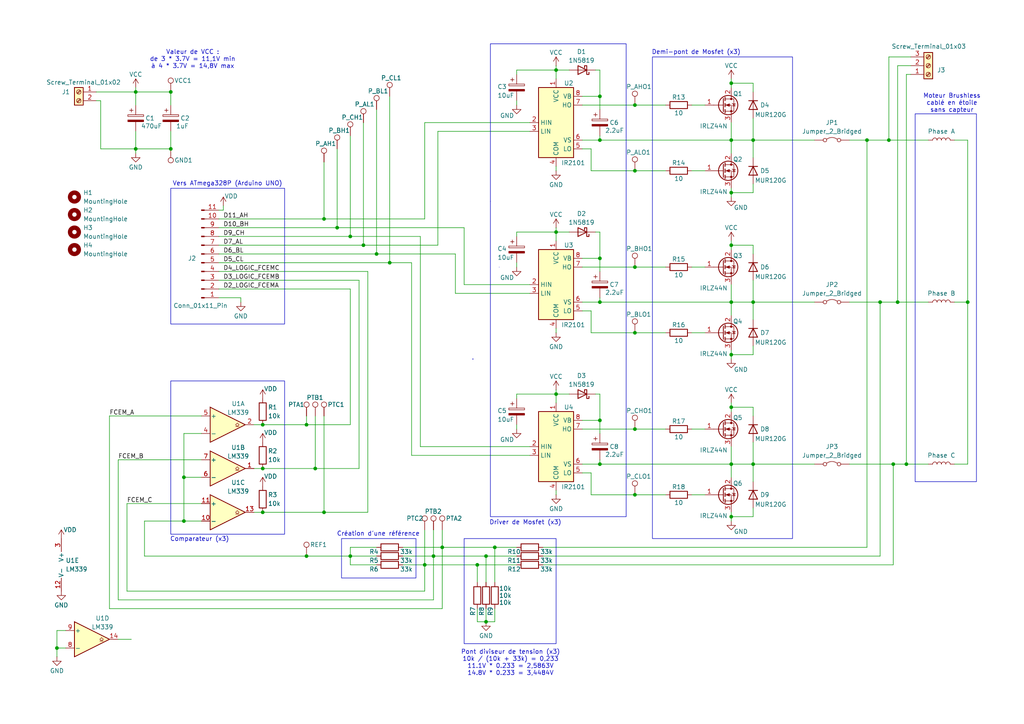
<source format=kicad_sch>
(kicad_sch (version 20231120) (generator "eeschema") (generator_version "8.0")
  (paper "A4")
  (title_block (title "Onduleur pour moteur Brushless sans capteur") (date "2024-10-10") (rev "v1.1") (company "DF"))
  (junction (at 212.09 87.63))
  (junction (at 212.09 134.62))
  (junction (at 140.97 180.34))
  (junction (at 184.15 77.47))
  (junction (at 184.15 96.52))
  (junction (at 88.9 123.19))
  (junction (at 262.89 134.62))
  (junction (at 259.08 134.62))
  (junction (at 173.99 87.63))
  (junction (at 76.2 123.19))
  (junction (at 93.98 148.59))
  (junction (at 173.99 27.94))
  (junction (at 140.97 161.29))
  (junction (at 53.34 151.13))
  (junction (at 143.51 158.75))
  (junction (at 173.99 74.93))
  (junction (at 161.29 114.3))
  (junction (at 39.37 26.67))
  (junction (at 212.09 102.87))
  (junction (at 260.35 87.63))
  (junction (at 212.09 149.86))
  (junction (at 53.34 138.43))
  (junction (at 218.44 87.63))
  (junction (at 173.99 40.64))
  (junction (at 251.46 40.64))
  (junction (at 173.99 134.62))
  (junction (at 101.6 68.58))
  (junction (at 212.09 71.12))
  (junction (at 280.67 87.63))
  (junction (at 184.15 124.46))
  (junction (at 257.81 40.64))
  (junction (at 49.53 26.67))
  (junction (at 39.37 43.18))
  (junction (at 76.2 148.59))
  (junction (at 138.43 163.83))
  (junction (at 88.9 161.29))
  (junction (at 212.09 118.11))
  (junction (at 173.99 121.92))
  (junction (at 218.44 40.64))
  (junction (at 109.22 73.66))
  (junction (at 101.6 161.29))
  (junction (at 93.98 63.5))
  (junction (at 123.19 163.83))
  (junction (at 49.53 43.18))
  (junction (at 113.03 76.2))
  (junction (at 212.09 40.64))
  (junction (at 184.15 30.48))
  (junction (at 184.15 49.53))
  (junction (at 161.29 20.32))
  (junction (at 97.79 66.04))
  (junction (at 91.44 135.89))
  (junction (at 128.27 158.75))
  (junction (at 161.29 67.31))
  (junction (at 212.09 24.13))
  (junction (at 125.73 161.29))
  (junction (at 105.41 71.12))
  (junction (at 255.27 87.63))
  (junction (at 212.09 55.88))
  (junction (at 184.15 143.51))
  (junction (at 16.51 187.96))
  (junction (at 218.44 134.62))
  (junction (at 76.2 135.89))
  (wire (pts (xy 168.91 137.16) (xy 171.45 137.16)))
  (wire (pts (xy 251.46 40.64) (xy 251.46 158.75)))
  (wire (pts (xy 121.92 68.58) (xy 121.92 129.54)))
  (wire (pts (xy 161.29 66.04) (xy 161.29 67.31)))
  (wire (pts (xy 161.29 113.03) (xy 161.29 114.3)))
  (wire (pts (xy 123.19 153.67) (xy 123.19 163.83)))
  (wire (pts (xy 184.15 124.46) (xy 193.04 124.46)))
  (wire (pts (xy 140.97 161.29) (xy 140.97 168.91)))
  (wire (pts (xy 127 38.1) (xy 153.67 38.1)))
  (wire (pts (xy 251.46 40.64) (xy 257.81 40.64)))
  (wire (pts (xy 88.9 120.65) (xy 88.9 123.19)))
  (wire (pts (xy 34.29 133.35) (xy 34.29 173.99)))
  (wire (pts (xy 172.72 20.32) (xy 173.99 20.32)))
  (wire (pts (xy 63.5 73.66) (xy 109.22 73.66)))
  (wire (pts (xy 173.99 121.92) (xy 173.99 125.73)))
  (wire (pts (xy 138.43 176.53) (xy 138.43 180.34)))
  (wire (pts (xy 257.81 40.64) (xy 269.24 40.64)))
  (wire (pts (xy 34.29 133.35) (xy 58.42 133.35)))
  (wire (pts (xy 123.19 163.83) (xy 123.19 171.45)))
  (wire (pts (xy 168.91 134.62) (xy 173.99 134.62)))
  (wire (pts (xy 161.29 95.25) (xy 161.29 96.52)))
  (wire (pts (xy 173.99 74.93) (xy 173.99 78.74)))
  (wire (pts (xy 218.44 100.33) (xy 218.44 102.87)))
  (wire (pts (xy 173.99 134.62) (xy 212.09 134.62)))
  (wire (pts (xy 171.45 49.53) (xy 184.15 49.53)))
  (wire (pts (xy 212.09 148.59) (xy 212.09 149.86)))
  (wire (pts (xy 39.37 25.4) (xy 39.37 26.67)))
  (wire (pts (xy 134.62 66.04) (xy 134.62 82.55)))
  (wire (pts (xy 173.99 67.31) (xy 173.99 74.93)))
  (wire (pts (xy 212.09 22.86) (xy 212.09 24.13)))
  (wire (pts (xy 88.9 123.19) (xy 101.6 123.19)))
  (wire (pts (xy 264.16 16.51) (xy 257.81 16.51)))
  (wire (pts (xy 259.08 134.62) (xy 262.89 134.62)))
  (wire (pts (xy 101.6 39.37) (xy 101.6 68.58)))
  (wire (pts (xy 184.15 96.52) (xy 193.04 96.52)))
  (wire (pts (xy 76.2 123.19) (xy 88.9 123.19)))
  (wire (pts (xy 106.68 148.59) (xy 93.98 148.59)))
  (wire (pts (xy 36.83 146.05) (xy 36.83 171.45)))
  (wire (pts (xy 53.34 151.13) (xy 53.34 138.43)))
  (wire (pts (xy 105.41 71.12) (xy 127 71.12)))
  (wire (pts (xy 101.6 161.29) (xy 109.22 161.29)))
  (wire (pts (xy 63.5 81.28) (xy 104.14 81.28)))
  (wire (pts (xy 212.09 71.12) (xy 218.44 71.12)))
  (wire (pts (xy 29.21 43.18) (xy 39.37 43.18)))
  (wire (pts (xy 93.98 46.99) (xy 93.98 63.5)))
  (wire (pts (xy 280.67 40.64) (xy 280.67 87.63)))
  (wire (pts (xy 173.99 87.63) (xy 212.09 87.63)))
  (wire (pts (xy 218.44 71.12) (xy 218.44 73.66)))
  (wire (pts (xy 101.6 163.83) (xy 109.22 163.83)))
  (wire (pts (xy 260.35 87.63) (xy 269.24 87.63)))
  (wire (pts (xy 212.09 54.61) (xy 212.09 55.88)))
  (wire (pts (xy 218.44 53.34) (xy 218.44 55.88)))
  (wire (pts (xy 255.27 87.63) (xy 260.35 87.63)))
  (wire (pts (xy 138.43 180.34) (xy 140.97 180.34)))
  (wire (pts (xy 58.42 146.05) (xy 36.83 146.05)))
  (wire (pts (xy 168.91 87.63) (xy 173.99 87.63)))
  (wire (pts (xy 168.91 27.94) (xy 173.99 27.94)))
  (wire (pts (xy 101.6 83.82) (xy 101.6 123.19)))
  (wire (pts (xy 168.91 90.17) (xy 171.45 90.17)))
  (wire (pts (xy 171.45 96.52) (xy 184.15 96.52)))
  (wire (pts (xy 171.45 143.51) (xy 184.15 143.51)))
  (wire (pts (xy 123.19 63.5) (xy 123.19 35.56)))
  (wire (pts (xy 257.81 16.51) (xy 257.81 40.64)))
  (wire (pts (xy 63.5 76.2) (xy 113.03 76.2)))
  (wire (pts (xy 212.09 87.63) (xy 212.09 91.44)))
  (wire (pts (xy 119.38 132.08) (xy 153.67 132.08)))
  (wire (pts (xy 173.99 87.63) (xy 173.99 86.36)))
  (wire (pts (xy 161.29 114.3) (xy 165.1 114.3)))
  (wire (pts (xy 168.91 40.64) (xy 173.99 40.64)))
  (wire (pts (xy 212.09 69.85) (xy 212.09 71.12)))
  (wire (pts (xy 168.91 77.47) (xy 184.15 77.47)))
  (wire (pts (xy 173.99 40.64) (xy 173.99 39.37)))
  (wire (pts (xy 212.09 102.87) (xy 212.09 104.14)))
  (wire (pts (xy 200.66 96.52) (xy 204.47 96.52)))
  (wire (pts (xy 212.09 118.11) (xy 218.44 118.11)))
  (wire (pts (xy 113.03 76.2) (xy 119.38 76.2)))
  (wire (pts (xy 125.73 161.29) (xy 140.97 161.29)))
  (wire (pts (xy 149.86 21.59) (xy 149.86 20.32)))
  (wire (pts (xy 218.44 55.88) (xy 212.09 55.88)))
  (wire (pts (xy 218.44 102.87) (xy 212.09 102.87)))
  (wire (pts (xy 212.09 35.56) (xy 212.09 40.64)))
  (wire (pts (xy 91.44 135.89) (xy 76.2 135.89)))
  (wire (pts (xy 104.14 135.89) (xy 91.44 135.89)))
  (wire (pts (xy 121.92 129.54) (xy 153.67 129.54)))
  (wire (pts (xy 116.84 163.83) (xy 123.19 163.83)))
  (wire (pts (xy 31.75 120.65) (xy 58.42 120.65)))
  (wire (pts (xy 134.62 82.55) (xy 153.67 82.55)))
  (wire (pts (xy 138.43 163.83) (xy 149.86 163.83)))
  (wire (pts (xy 212.09 40.64) (xy 218.44 40.64)))
  (wire (pts (xy 116.84 158.75) (xy 128.27 158.75)))
  (wire (pts (xy 212.09 129.54) (xy 212.09 134.62)))
  (wire (pts (xy 276.86 40.64) (xy 280.67 40.64)))
  (wire (pts (xy 132.08 85.09) (xy 153.67 85.09)))
  (wire (pts (xy 109.22 31.75) (xy 109.22 73.66)))
  (wire (pts (xy 259.08 134.62) (xy 259.08 163.83)))
  (wire (pts (xy 212.09 119.38) (xy 212.09 118.11)))
  (wire (pts (xy 218.44 87.63) (xy 236.22 87.63)))
  (wire (pts (xy 39.37 38.1) (xy 39.37 43.18)))
  (wire (pts (xy 161.29 69.85) (xy 161.29 67.31)))
  (wire (pts (xy 105.41 35.56) (xy 105.41 71.12)))
  (wire (pts (xy 63.5 66.04) (xy 97.79 66.04)))
  (wire (pts (xy 218.44 147.32) (xy 218.44 149.86)))
  (wire (pts (xy 143.51 180.34) (xy 140.97 180.34)))
  (wire (pts (xy 161.29 67.31) (xy 165.1 67.31)))
  (wire (pts (xy 149.86 68.58) (xy 149.86 67.31)))
  (wire (pts (xy 27.94 26.67) (xy 39.37 26.67)))
  (wire (pts (xy 88.9 161.29) (xy 101.6 161.29)))
  (wire (pts (xy 63.5 83.82) (xy 101.6 83.82)))
  (wire (pts (xy 149.86 115.57) (xy 149.86 114.3)))
  (wire (pts (xy 184.15 30.48) (xy 193.04 30.48)))
  (wire (pts (xy 149.86 123.19) (xy 149.86 124.46)))
  (wire (pts (xy 173.99 134.62) (xy 173.99 133.35)))
  (wire (pts (xy 149.86 76.2) (xy 149.86 77.47)))
  (wire (pts (xy 168.91 124.46) (xy 184.15 124.46)))
  (wire (pts (xy 34.29 185.42) (xy 38.1 185.42)))
  (wire (pts (xy 173.99 40.64) (xy 212.09 40.64)))
  (wire (pts (xy 161.29 48.26) (xy 161.29 49.53)))
  (wire (pts (xy 113.03 27.94) (xy 113.03 76.2)))
  (wire (pts (xy 157.48 163.83) (xy 259.08 163.83)))
  (wire (pts (xy 157.48 161.29) (xy 255.27 161.29)))
  (wire (pts (xy 168.91 30.48) (xy 184.15 30.48)))
  (wire (pts (xy 101.6 68.58) (xy 121.92 68.58)))
  (wire (pts (xy 41.91 161.29) (xy 88.9 161.29)))
  (wire (pts (xy 264.16 19.05) (xy 260.35 19.05)))
  (wire (pts (xy 128.27 158.75) (xy 128.27 176.53)))
  (wire (pts (xy 64.77 60.96) (xy 64.77 59.69)))
  (wire (pts (xy 168.91 43.18) (xy 171.45 43.18)))
  (wire (pts (xy 97.79 43.18) (xy 97.79 66.04)))
  (wire (pts (xy 104.14 81.28) (xy 104.14 135.89)))
  (wire (pts (xy 91.44 120.65) (xy 91.44 135.89)))
  (wire (pts (xy 143.51 176.53) (xy 143.51 180.34)))
  (wire (pts (xy 31.75 176.53) (xy 31.75 120.65)))
  (wire (pts (xy 173.99 27.94) (xy 173.99 31.75)))
  (wire (pts (xy 93.98 148.59) (xy 76.2 148.59)))
  (wire (pts (xy 246.38 134.62) (xy 259.08 134.62)))
  (wire (pts (xy 218.44 40.64) (xy 236.22 40.64)))
  (wire (pts (xy 149.86 20.32) (xy 161.29 20.32)))
  (wire (pts (xy 246.38 87.63) (xy 255.27 87.63)))
  (wire (pts (xy 49.53 30.48) (xy 49.53 26.67)))
  (wire (pts (xy 39.37 26.67) (xy 49.53 26.67)))
  (wire (pts (xy 200.66 77.47) (xy 204.47 77.47)))
  (wire (pts (xy 212.09 87.63) (xy 218.44 87.63)))
  (wire (pts (xy 53.34 138.43) (xy 58.42 138.43)))
  (wire (pts (xy 212.09 55.88) (xy 212.09 57.15)))
  (wire (pts (xy 101.6 158.75) (xy 101.6 161.29)))
  (wire (pts (xy 140.97 176.53) (xy 140.97 180.34)))
  (wire (pts (xy 53.34 151.13) (xy 58.42 151.13)))
  (wire (pts (xy 63.5 78.74) (xy 106.68 78.74)))
  (wire (pts (xy 97.79 66.04) (xy 134.62 66.04)))
  (wire (pts (xy 63.5 86.36) (xy 69.85 86.36)))
  (wire (pts (xy 101.6 158.75) (xy 109.22 158.75)))
  (wire (pts (xy 172.72 114.3) (xy 173.99 114.3)))
  (wire (pts (xy 106.68 78.74) (xy 106.68 148.59)))
  (wire (pts (xy 262.89 134.62) (xy 269.24 134.62)))
  (wire (pts (xy 172.72 67.31) (xy 173.99 67.31)))
  (wire (pts (xy 218.44 149.86) (xy 212.09 149.86)))
  (wire (pts (xy 280.67 134.62) (xy 280.67 87.63)))
  (wire (pts (xy 161.29 20.32) (xy 165.1 20.32)))
  (wire (pts (xy 39.37 26.67) (xy 39.37 30.48)))
  (wire (pts (xy 16.51 182.88) (xy 19.05 182.88)))
  (wire (pts (xy 200.66 143.51) (xy 204.47 143.51)))
  (wire (pts (xy 171.45 49.53) (xy 171.45 43.18)))
  (wire (pts (xy 93.98 120.65) (xy 93.98 148.59)))
  (wire (pts (xy 119.38 76.2) (xy 119.38 132.08)))
  (wire (pts (xy 93.98 63.5) (xy 123.19 63.5)))
  (wire (pts (xy 41.91 161.29) (xy 41.91 151.13)))
  (wire (pts (xy 212.09 82.55) (xy 212.09 87.63)))
  (wire (pts (xy 109.22 73.66) (xy 132.08 73.66)))
  (wire (pts (xy 116.84 161.29) (xy 125.73 161.29)))
  (wire (pts (xy 184.15 49.53) (xy 193.04 49.53)))
  (wire (pts (xy 29.21 29.21) (xy 29.21 43.18)))
  (wire (pts (xy 260.35 19.05) (xy 260.35 87.63)))
  (wire (pts (xy 212.09 116.84) (xy 212.09 118.11)))
  (wire (pts (xy 143.51 158.75) (xy 143.51 168.91)))
  (wire (pts (xy 218.44 34.29) (xy 218.44 40.64)))
  (wire (pts (xy 161.29 22.86) (xy 161.29 20.32)))
  (wire (pts (xy 161.29 116.84) (xy 161.29 114.3)))
  (wire (pts (xy 184.15 143.51) (xy 193.04 143.51)))
  (wire (pts (xy 16.51 187.96) (xy 19.05 187.96)))
  (wire (pts (xy 140.97 161.29) (xy 149.86 161.29)))
  (wire (pts (xy 168.91 121.92) (xy 173.99 121.92)))
  (wire (pts (xy 149.86 67.31) (xy 161.29 67.31)))
  (wire (pts (xy 173.99 20.32) (xy 173.99 27.94)))
  (wire (pts (xy 173.99 114.3) (xy 173.99 121.92)))
  (wire (pts (xy 157.48 158.75) (xy 251.46 158.75)))
  (wire (pts (xy 212.09 25.4) (xy 212.09 24.13)))
  (wire (pts (xy 53.34 125.73) (xy 58.42 125.73)))
  (wire (pts (xy 16.51 190.5) (xy 16.51 187.96)))
  (wire (pts (xy 123.19 35.56) (xy 153.67 35.56)))
  (wire (pts (xy 34.29 173.99) (xy 125.73 173.99)))
  (wire (pts (xy 262.89 21.59) (xy 262.89 134.62)))
  (wire (pts (xy 73.66 123.19) (xy 76.2 123.19)))
  (wire (pts (xy 262.89 21.59) (xy 264.16 21.59)))
  (wire (pts (xy 212.09 72.39) (xy 212.09 71.12)))
  (wire (pts (xy 212.09 101.6) (xy 212.09 102.87)))
  (wire (pts (xy 138.43 163.83) (xy 138.43 168.91)))
  (wire (pts (xy 168.91 74.93) (xy 173.99 74.93)))
  (wire (pts (xy 53.34 138.43) (xy 53.34 125.73)))
  (wire (pts (xy 218.44 24.13) (xy 218.44 26.67)))
  (wire (pts (xy 218.44 128.27) (xy 218.44 134.62)))
  (wire (pts (xy 280.67 87.63) (xy 276.86 87.63)))
  (wire (pts (xy 36.83 171.45) (xy 123.19 171.45)))
  (wire (pts (xy 218.44 134.62) (xy 236.22 134.62)))
  (wire (pts (xy 218.44 134.62) (xy 218.44 139.7)))
  (wire (pts (xy 63.5 60.96) (xy 64.77 60.96)))
  (wire (pts (xy 149.86 29.21) (xy 149.86 30.48)))
  (wire (pts (xy 63.5 71.12) (xy 105.41 71.12)))
  (wire (pts (xy 128.27 158.75) (xy 143.51 158.75)))
  (wire (pts (xy 161.29 19.05) (xy 161.29 20.32)))
  (wire (pts (xy 16.51 187.96) (xy 16.51 182.88)))
  (wire (pts (xy 200.66 124.46) (xy 204.47 124.46)))
  (wire (pts (xy 125.73 153.67) (xy 125.73 161.29)))
  (wire (pts (xy 218.44 118.11) (xy 218.44 120.65)))
  (wire (pts (xy 218.44 87.63) (xy 218.44 92.71)))
  (wire (pts (xy 73.66 135.89) (xy 76.2 135.89)))
  (wire (pts (xy 39.37 43.18) (xy 49.53 43.18)))
  (wire (pts (xy 161.29 142.24) (xy 161.29 143.51)))
  (wire (pts (xy 69.85 86.36) (xy 69.85 87.63)))
  (wire (pts (xy 127 71.12) (xy 127 38.1)))
  (wire (pts (xy 123.19 163.83) (xy 138.43 163.83)))
  (wire (pts (xy 184.15 77.47) (xy 193.04 77.47)))
  (wire (pts (xy 212.09 134.62) (xy 218.44 134.62)))
  (wire (pts (xy 128.27 153.67) (xy 128.27 158.75)))
  (wire (pts (xy 218.44 40.64) (xy 218.44 45.72)))
  (wire (pts (xy 125.73 173.99) (xy 125.73 161.29)))
  (wire (pts (xy 246.38 40.64) (xy 251.46 40.64)))
  (wire (pts (xy 212.09 134.62) (xy 212.09 138.43)))
  (wire (pts (xy 218.44 81.28) (xy 218.44 87.63)))
  (wire (pts (xy 63.5 63.5) (xy 93.98 63.5)))
  (wire (pts (xy 200.66 30.48) (xy 204.47 30.48)))
  (wire (pts (xy 39.37 44.45) (xy 39.37 43.18)))
  (wire (pts (xy 128.27 176.53) (xy 31.75 176.53)))
  (wire (pts (xy 41.91 151.13) (xy 53.34 151.13)))
  (wire (pts (xy 143.51 158.75) (xy 149.86 158.75)))
  (wire (pts (xy 101.6 163.83) (xy 101.6 161.29)))
  (wire (pts (xy 27.94 29.21) (xy 29.21 29.21)))
  (wire (pts (xy 255.27 87.63) (xy 255.27 161.29)))
  (wire (pts (xy 73.66 148.59) (xy 76.2 148.59)))
  (wire (pts (xy 212.09 24.13) (xy 218.44 24.13)))
  (wire (pts (xy 200.66 49.53) (xy 204.47 49.53)))
  (wire (pts (xy 276.86 134.62) (xy 280.67 134.62)))
  (wire (pts (xy 171.45 143.51) (xy 171.45 137.16)))
  (wire (pts (xy 212.09 40.64) (xy 212.09 44.45)))
  (wire (pts (xy 212.09 149.86) (xy 212.09 151.13)))
  (wire (pts (xy 132.08 73.66) (xy 132.08 85.09)))
  (wire (pts (xy 171.45 96.52) (xy 171.45 90.17)))
  (wire (pts (xy 49.53 38.1) (xy 49.53 43.18)))
  (wire (pts (xy 149.86 114.3) (xy 161.29 114.3)))
  (wire (pts (xy 63.5 68.58) (xy 101.6 68.58)))
  (circle (center 137.16 104.14) (radius 0.0001))
  (rectangle (start 142.24 58.42) (end 142.24 58.42))
  (rectangle (start 99.06 156.21) (end 120.65 167.64))
  (rectangle (start 134.62 156.21) (end 161.29 186.69))
  (rectangle (start 49.53 54.61) (end 82.55 93.98))
  (rectangle (start 189.23 16.51) (end 229.87 156.21))
  (rectangle (start 144.78 77.47) (end 144.78 77.47))
  (rectangle (start 265.43 33.02) (end 283.21 139.7))
  (rectangle (start 49.53 110.49) (end 82.55 154.94))
  (rectangle (start 142.24 12.7) (end 181.61 149.86))
  (text "Comparateur (x3)" (at 57.912 156.464 0) (effects (font (size 1.27 1.27))))
  (text "Pont diviseur de tension (x3)\n10k / (10k + 33k) = 0,233\n11.1V * 0.233 = 2,5863V\n14.8V * 0.233 = 3,4484V" (at 148.082 192.278 0) (effects (font (size 1.27 1.27))))
  (text "Création d'une référence" (at 109.728 154.94 0) (effects (font (size 1.27 1.27))))
  (text "Valeur de VCC :\nde 3 * 3.7V = 11,1V min\nà 4 * 3.7V = 14,8V max" (at 55.88 17.272 0) (effects (font (size 1.27 1.27))))
  (text "Demi-pont de Mosfet (x3)" (at 201.93 15.24 0) (effects (font (size 1.27 1.27))))
  (text "Moteur Brushless\ncablé en étoile\nsans capteur" (at 276.098 29.972 0) (effects (font (size 1.27 1.27))))
  (text "Vers ATmega328P (Arduino UNO)" (at 50.038 53.34 0) (effects (font (size 1.27 1.27)) (justify left)))
  (text "Driver de Mosfet (x3)" (at 152.4 151.638 0) (effects (font (size 1.27 1.27))))
  (label "D10_BH" (at 64.77 66.04 0))
  (label "FCEM_C" (at 36.83 146.05 0))
  (label "D11_AH" (at 64.77 63.5 0))
  (label "D5_CL" (at 64.77 76.2 0))
  (label "D2_LOGIC_FCEMA" (at 64.77 83.82 0))
  (label "D6_BL" (at 64.77 73.66 0))
  (label "D7_AL" (at 64.77 71.12 0))
  (label "D9_CH" (at 64.77 68.58 0))
  (label "FCEM_A" (at 31.75 120.65 0))
  (label "D4_LOGIC_FCEMC" (at 64.77 78.74 0))
  (label "FCEM_B" (at 34.29 133.35 0))
  (label "D3_LOGIC_FCEMB" (at 64.77 81.28 0))
  (symbol (lib_id "Device:D") (at 218.44 96.52 270) (unit 1)
    (property "Reference" "D7" (at 220.472 96.52 90) (effects (justify left)))
    (property "Value" "MUR120G" (at 218.948 99.314 90) (effects (justify left)))
    (property "Footprint" "Diode_THT:D_DO-41_SOD81_P10.16mm_Horizontal" (effects (hide yes)))
    (property "Description" "Diode" (effects (hide yes)))
    (property "Sim.Device" "D" (effects (hide yes)))
    (property "Sim.Pins" "1=K 2=A" (effects (hide yes)))
  )
  (symbol (lib_id "Transistor_FET:IRLZ44N") (at 209.55 49.53 0) (unit 1)
    (property "Reference" "Q2" (at 212.598 46.228 0) (effects (justify left)))
    (property "Value" "IRLZ44N" (at 202.946 55.626 0) (effects (justify left)))
    (property "Footprint" "Package_TO_SOT_THT:TO-220-3_Vertical" (effects (hide yes)))
    (property "Datasheet" "http://www.irf.com/product-info/datasheets/data/irlz44n.pdf" (effects (hide yes)))
    (property "Description" "47A Id, 55V Vds, 22mOhm Rds Single N-Channel HEXFET Power MOSFET, TO-220AB" (effects (hide yes)))
  )
  (symbol (lib_id "power:GND") (at 149.86 77.47 0) (unit 1)
    (property "Reference" "#PWR013" (effects (hide yes)))
    (property "Value" "GND" (at 147.066 80.518 0))
    (property "Description" "Power symbol creates a global label with name \"GND\" , ground" (effects (hide yes)))
  )
  (symbol (lib_id "Device:R") (at 140.97 172.72 0) (unit 1)
    (property "Reference" "R8" (at 139.7 177.292 90))
    (property "Value" "10k" (at 146.558 172.72 0))
    (property "Footprint" "Resistor_THT:R_Axial_DIN0204_L3.6mm_D1.6mm_P7.62mm_Horizontal" (effects (hide yes)))
    (property "Description" "Resistor" (effects (hide yes)))
  )
  (symbol (lib_id "Device:R") (at 113.03 161.29 90) (unit 1)
    (property "Reference" "R5" (at 108.458 162.56 90))
    (property "Value" "33k" (at 117.856 162.56 90))
    (property "Footprint" "Resistor_THT:R_Axial_DIN0204_L3.6mm_D1.6mm_P7.62mm_Horizontal" (effects (hide yes)))
    (property "Description" "Resistor" (effects (hide yes)))
  )
  (symbol (lib_id "Connector:Screw_Terminal_01x02") (at 22.86 26.67 0) (mirror y) (unit 1)
    (property "Reference" "J1" (at 20.32 26.6699 0) (effects (justify left)))
    (property "Value" "Screw_Terminal_01x02" (at 35.052 23.876 0) (effects (justify left)))
    (property "Footprint" "TerminalBlock_Phoenix:TerminalBlock_Phoenix_MKDS-1,5-2-5.08_1x02_P5.08mm_Horizontal" (effects (hide yes)))
    (property "Description" "Generic screw terminal, single row, 01x02, script generated (kicad-library-utils/schlib/autogen/connector/)" (effects (hide yes)))
  )
  (symbol (lib_id "Connector:TestPoint") (at 184.15 143.51 0) (unit 1)
    (property "Reference" "P_CLO1" (at 181.61 138.176 0) (effects (justify left)))
    (property "Value" "TestPoint" (effects (hide yes)))
    (property "Footprint" "TestPoint:TestPoint_THTPad_D1.5mm_Drill0.7mm" (effects (hide yes)))
    (property "Description" "test point" (effects (hide yes)))
  )
  (symbol (lib_id "Comparator:LM339") (at 66.04 148.59 0) (unit 3)
    (property "Reference" "U1" (at 69.088 139.954 0))
    (property "Value" "LM339" (at 69.088 142.494 0))
    (property "Footprint" "Package_DIP:DIP-14_W7.62mm" (effects (hide yes)))
    (property "Datasheet" "https://www.st.com/resource/en/datasheet/lm139.pdf" (effects (hide yes)))
    (property "Description" "Quad Differential Comparators, SOIC-14/TSSOP-14" (effects (hide yes)))
  )
  (symbol (lib_id "Connector:Screw_Terminal_01x03") (at 269.24 19.05 0) (mirror x) (unit 1)
    (property "Reference" "J3" (at 271.78 20.3201 0) (effects (justify left)))
    (property "Value" "Screw_Terminal_01x03" (at 258.572 13.462 0) (effects (justify left)))
    (property "Footprint" "TerminalBlock_Phoenix:TerminalBlock_Phoenix_MKDS-1,5-3-5.08_1x03_P5.08mm_Horizontal" (effects (hide yes)))
    (property "Description" "Generic screw terminal, single row, 01x03, script generated (kicad-library-utils/schlib/autogen/connector/)" (effects (hide yes)))
  )
  (symbol (lib_id "power:VCC") (at 161.29 113.03 0) (unit 1)
    (property "Reference" "#PWR019" (effects (hide yes)))
    (property "Value" "VCC" (at 161.29 109.22 0))
    (property "Description" "Power symbol creates a global label with name \"VCC\"" (effects (hide yes)))
  )
  (symbol (lib_id "Jumper:Jumper_2_Bridged") (at 241.3 40.64 0) (unit 1) (exclude_from_sim yes)
    (property "Reference" "JP1" (at 241.3 35.56 0))
    (property "Value" "Jumper_2_Bridged" (at 241.3 38.1 0))
    (property "Footprint" "Connector_PinHeader_2.54mm:PinHeader_1x02_P2.54mm_Vertical" (effects (hide yes)))
    (property "Description" "Jumper, 2-pole, closed/bridged" (effects (hide yes)))
  )
  (symbol (lib_id "Device:L") (at 273.05 87.63 90) (unit 1)
    (property "Reference" "L2" (effects (hide yes)))
    (property "Value" "Phase B" (at 273.05 85.09 90))
    (property "Description" "Inductor" (effects (hide yes)))
  )
  (symbol (lib_id "Connector:TestPoint") (at 109.22 31.75 0) (unit 1)
    (property "Reference" "P_BL1" (at 106.68 26.416 0) (effects (justify left)))
    (property "Value" "TestPoint" (effects (hide yes)))
    (property "Footprint" "TestPoint:TestPoint_THTPad_D1.5mm_Drill0.7mm" (effects (hide yes)))
    (property "Description" "test point" (effects (hide yes)))
  )
  (symbol (lib_id "Driver_FET:IR2101") (at 161.29 82.55 0) (unit 1)
    (property "Reference" "U3" (at 163.576 71.12 0) (effects (justify left)))
    (property "Value" "IR2101" (at 162.814 94.234 0) (effects (justify left)))
    (property "Footprint" "Package_DIP:DIP-8_W7.62mm" (effects (hide yes)))
    (property "Datasheet" "https://www.infineon.com/dgdl/ir2101.pdf?fileId=5546d462533600a4015355c7a755166c" (effects (hide yes)))
    (property "Description" "High and Low Side Driver, 600V, 210/360mA, PDIP-8/SOIC-8" (effects (hide yes)))
  )
  (symbol (lib_id "Connector:TestPoint") (at 49.53 43.18 180) (unit 1)
    (property "Reference" "GND1" (at 55.88 46.482 0) (effects (justify left)))
    (property "Value" "TestPoint" (effects (hide yes)))
    (property "Footprint" "TestPoint:TestPoint_THTPad_D1.5mm_Drill0.7mm" (effects (hide yes)))
    (property "Description" "test point" (effects (hide yes)))
  )
  (symbol (lib_id "Device:R") (at 113.03 163.83 90) (unit 1)
    (property "Reference" "R6" (at 108.458 165.1 90))
    (property "Value" "33k" (at 117.856 165.1 90))
    (property "Footprint" "Resistor_THT:R_Axial_DIN0204_L3.6mm_D1.6mm_P7.62mm_Horizontal" (effects (hide yes)))
    (property "Description" "Resistor" (effects (hide yes)))
  )
  (symbol (lib_id "Transistor_FET:IRLZ44N") (at 209.55 77.47 0) (unit 1)
    (property "Reference" "Q3" (at 212.598 74.168 0) (effects (justify left)))
    (property "Value" "IRLZ44N" (at 202.946 83.566 0) (effects (justify left)))
    (property "Footprint" "Package_TO_SOT_THT:TO-220-3_Vertical" (effects (hide yes)))
    (property "Datasheet" "http://www.irf.com/product-info/datasheets/data/irlz44n.pdf" (effects (hide yes)))
    (property "Description" "47A Id, 55V Vds, 22mOhm Rds Single N-Channel HEXFET Power MOSFET, TO-220AB" (effects (hide yes)))
  )
  (symbol (lib_id "power:VCC") (at 212.09 22.86 0) (unit 1)
    (property "Reference" "#PWR021" (effects (hide yes)))
    (property "Value" "VCC" (at 212.09 19.05 0))
    (property "Description" "Power symbol creates a global label with name \"VCC\"" (effects (hide yes)))
  )
  (symbol (lib_id "power:VDD") (at 76.2 115.57 0) (unit 1)
    (property "Reference" "#PWR08" (effects (hide yes)))
    (property "Value" "VDD" (at 78.486 112.776 0))
    (property "Description" "Power symbol creates a global label with name \"VDD\"" (effects (hide yes)))
  )
  (symbol (lib_id "power:VDD") (at 76.2 128.27 0) (unit 1)
    (property "Reference" "#PWR09" (effects (hide yes)))
    (property "Value" "VDD" (at 78.486 125.476 0))
    (property "Description" "Power symbol creates a global label with name \"VDD\"" (effects (hide yes)))
  )
  (symbol (lib_id "power:VDD") (at 17.78 156.21 0) (unit 1)
    (property "Reference" "#PWR02" (effects (hide yes)))
    (property "Value" "VDD" (at 20.32 153.67 0))
    (property "Description" "Power symbol creates a global label with name \"VDD\"" (effects (hide yes)))
  )
  (symbol (lib_id "Connector:TestPoint") (at 184.15 77.47 0) (unit 1)
    (property "Reference" "P_BHO1" (at 181.61 72.136 0) (effects (justify left)))
    (property "Value" "TestPoint" (effects (hide yes)))
    (property "Footprint" "TestPoint:TestPoint_THTPad_D1.5mm_Drill0.7mm" (effects (hide yes)))
    (property "Description" "test point" (effects (hide yes)))
  )
  (symbol (lib_id "Device:R") (at 196.85 96.52 90) (unit 1)
    (property "Reference" "R16" (at 196.85 94.234 90))
    (property "Value" "10" (at 196.85 98.806 90))
    (property "Footprint" "Resistor_THT:R_Axial_DIN0204_L3.6mm_D1.6mm_P7.62mm_Horizontal" (effects (hide yes)))
    (property "Description" "Resistor" (effects (hide yes)))
  )
  (symbol (lib_id "power:VCC") (at 212.09 69.85 0) (unit 1)
    (property "Reference" "#PWR023" (effects (hide yes)))
    (property "Value" "VCC" (at 212.09 66.04 0))
    (property "Description" "Power symbol creates a global label with name \"VCC\"" (effects (hide yes)))
  )
  (symbol (lib_id "Device:D") (at 218.44 77.47 270) (unit 1)
    (property "Reference" "D6" (at 220.472 77.47 90) (effects (justify left)))
    (property "Value" "MUR120G" (at 218.948 80.264 90) (effects (justify left)))
    (property "Footprint" "Diode_THT:D_DO-41_SOD81_P10.16mm_Horizontal" (effects (hide yes)))
    (property "Description" "Diode" (effects (hide yes)))
    (property "Sim.Device" "D" (effects (hide yes)))
    (property "Sim.Pins" "1=K 2=A" (effects (hide yes)))
  )
  (symbol (lib_id "Device:R") (at 196.85 124.46 90) (unit 1)
    (property "Reference" "R17" (at 196.85 122.174 90))
    (property "Value" "10" (at 196.85 126.746 90))
    (property "Footprint" "Resistor_THT:R_Axial_DIN0204_L3.6mm_D1.6mm_P7.62mm_Horizontal" (effects (hide yes)))
    (property "Description" "Resistor" (effects (hide yes)))
  )
  (symbol (lib_id "Connector:TestPoint") (at 101.6 39.37 0) (unit 1)
    (property "Reference" "P_CH1" (at 99.06 34.036 0) (effects (justify left)))
    (property "Value" "TestPoint" (effects (hide yes)))
    (property "Footprint" "TestPoint:TestPoint_THTPad_D1.5mm_Drill0.7mm" (effects (hide yes)))
    (property "Description" "test point" (effects (hide yes)))
  )
  (symbol (lib_id "Connector:TestPoint") (at 128.27 153.67 0) (unit 1)
    (property "Reference" "PTA2" (at 129.286 150.368 0) (effects (justify left)))
    (property "Value" "TestPoint" (effects (hide yes)))
    (property "Footprint" "TestPoint:TestPoint_THTPad_D1.5mm_Drill0.7mm" (effects (hide yes)))
    (property "Description" "test point" (effects (hide yes)))
  )
  (symbol (lib_id "Device:C_Polarized") (at 173.99 82.55 0) (unit 1)
    (property "Reference" "C7" (at 176.784 82.55 0) (effects (justify left)))
    (property "Value" "2.2uF" (at 175.514 84.836 0) (effects (justify left)))
    (property "Footprint" "Capacitor_THT:CP_Radial_D5.0mm_P2.00mm" (effects (hide yes)))
    (property "Description" "Polarized capacitor" (effects (hide yes)))
  )
  (symbol (lib_id "power:GND") (at 149.86 30.48 0) (unit 1)
    (property "Reference" "#PWR012" (effects (hide yes)))
    (property "Value" "GND" (at 147.066 33.528 0))
    (property "Description" "Power symbol creates a global label with name \"GND\" , ground" (effects (hide yes)))
  )
  (symbol (lib_id "Device:C_Polarized") (at 149.86 119.38 0) (unit 1)
    (property "Reference" "C5" (at 144.272 119.126 0) (effects (justify left)))
    (property "Value" "10uF" (at 144.272 121.666 0) (effects (justify left)))
    (property "Footprint" "Capacitor_THT:CP_Radial_D5.0mm_P2.00mm" (effects (hide yes)))
    (property "Description" "Polarized capacitor" (effects (hide yes)))
  )
  (symbol (lib_id "Connector:TestPoint") (at 93.98 120.65 0) (unit 1)
    (property "Reference" "PTC1" (at 94.996 117.348 0) (effects (justify left)))
    (property "Value" "TestPoint" (effects (hide yes)))
    (property "Footprint" "TestPoint:TestPoint_THTPad_D1.5mm_Drill0.7mm" (effects (hide yes)))
    (property "Description" "test point" (effects (hide yes)))
  )
  (symbol (lib_id "Mechanical:MountingHole") (at 21.59 62.23 0) (unit 1) (exclude_from_sim yes) (in_bom no)
    (property "Reference" "H2" (at 24.13 60.9599 0) (effects (justify left)))
    (property "Value" "MountingHole" (at 24.13 63.4999 0) (effects (justify left)))
    (property "Footprint" "MountingHole:MountingHole_3.2mm_M3" (effects (hide yes)))
    (property "Description" "Mounting Hole without connection" (effects (hide yes)))
  )
  (symbol (lib_id "Comparator:LM339") (at 20.32 163.83 0) (unit 5)
    (property "Reference" "U1" (at 19.05 162.5599 0) (effects (justify left)))
    (property "Value" "LM339" (at 19.05 165.0999 0) (effects (justify left)))
    (property "Footprint" "Package_DIP:DIP-14_W7.62mm" (effects (hide yes)))
    (property "Datasheet" "https://www.st.com/resource/en/datasheet/lm139.pdf" (effects (hide yes)))
    (property "Description" "Quad Differential Comparators, SOIC-14/TSSOP-14" (effects (hide yes)))
  )
  (symbol (lib_id "Driver_FET:IR2101") (at 161.29 129.54 0) (unit 1)
    (property "Reference" "U4" (at 163.576 118.11 0) (effects (justify left)))
    (property "Value" "IR2101" (at 162.814 141.224 0) (effects (justify left)))
    (property "Footprint" "Package_DIP:DIP-8_W7.62mm" (effects (hide yes)))
    (property "Datasheet" "https://www.infineon.com/dgdl/ir2101.pdf?fileId=5546d462533600a4015355c7a755166c" (effects (hide yes)))
    (property "Description" "High and Low Side Driver, 600V, 210/360mA, PDIP-8/SOIC-8" (effects (hide yes)))
  )
  (symbol (lib_id "power:VCC") (at 39.37 25.4 0) (unit 1)
    (property "Reference" "#PWR04" (effects (hide yes)))
    (property "Value" "VCC" (at 39.37 21.59 0))
    (property "Description" "Power symbol creates a global label with name \"VCC\"" (effects (hide yes)))
  )
  (symbol (lib_id "Connector:TestPoint") (at 184.15 96.52 0) (unit 1)
    (property "Reference" "P_BLO1" (at 181.61 91.186 0) (effects (justify left)))
    (property "Value" "TestPoint" (effects (hide yes)))
    (property "Footprint" "TestPoint:TestPoint_THTPad_D1.5mm_Drill0.7mm" (effects (hide yes)))
    (property "Description" "test point" (effects (hide yes)))
  )
  (symbol (lib_id "Connector:TestPoint") (at 93.98 46.99 0) (unit 1)
    (property "Reference" "P_AH1" (at 91.44 41.656 0) (effects (justify left)))
    (property "Value" "TestPoint" (effects (hide yes)))
    (property "Footprint" "TestPoint:TestPoint_THTPad_D1.5mm_Drill0.7mm" (effects (hide yes)))
    (property "Description" "test point" (effects (hide yes)))
  )
  (symbol (lib_id "Connector:TestPoint") (at 125.73 153.67 0) (unit 1)
    (property "Reference" "PTB2" (at 123.19 148.336 0) (effects (justify left)))
    (property "Value" "TestPoint" (effects (hide yes)))
    (property "Footprint" "TestPoint:TestPoint_THTPad_D1.5mm_Drill0.7mm" (effects (hide yes)))
    (property "Description" "test point" (effects (hide yes)))
  )
  (symbol (lib_id "Connector:TestPoint") (at 88.9 120.65 0) (unit 1)
    (property "Reference" "PTA1" (at 83.566 117.348 0) (effects (justify left)))
    (property "Value" "TestPoint" (effects (hide yes)))
    (property "Footprint" "TestPoint:TestPoint_THTPad_D1.5mm_Drill0.7mm" (effects (hide yes)))
    (property "Description" "test point" (effects (hide yes)))
  )
  (symbol (lib_id "power:GND") (at 161.29 96.52 0) (unit 1)
    (property "Reference" "#PWR018" (effects (hide yes)))
    (property "Value" "GND" (at 161.29 100.584 0))
    (property "Description" "Power symbol creates a global label with name \"GND\" , ground" (effects (hide yes)))
  )
  (symbol (lib_id "Device:R") (at 196.85 30.48 90) (unit 1)
    (property "Reference" "R13" (at 196.85 28.194 90))
    (property "Value" "10" (at 196.85 32.766 90))
    (property "Footprint" "Resistor_THT:R_Axial_DIN0204_L3.6mm_D1.6mm_P7.62mm_Horizontal" (effects (hide yes)))
    (property "Description" "Resistor" (effects (hide yes)))
  )
  (symbol (lib_id "power:VCC") (at 161.29 66.04 0) (unit 1)
    (property "Reference" "#PWR017" (effects (hide yes)))
    (property "Value" "VCC" (at 161.29 62.23 0))
    (property "Description" "Power symbol creates a global label with name \"VCC\"" (effects (hide yes)))
  )
  (symbol (lib_id "Mechanical:MountingHole") (at 21.59 72.39 0) (unit 1) (exclude_from_sim yes) (in_bom no)
    (property "Reference" "H4" (at 24.13 71.1199 0) (effects (justify left)))
    (property "Value" "MountingHole" (at 24.13 73.6599 0) (effects (justify left)))
    (property "Footprint" "MountingHole:MountingHole_3.2mm_M3" (effects (hide yes)))
    (property "Description" "Mounting Hole without connection" (effects (hide yes)))
  )
  (symbol (lib_id "Device:R") (at 153.67 161.29 90) (unit 1)
    (property "Reference" "R11" (at 149.098 162.56 90))
    (property "Value" "33k" (at 158.496 162.56 90))
    (property "Footprint" "Resistor_THT:R_Axial_DIN0204_L3.6mm_D1.6mm_P7.62mm_Horizontal" (effects (hide yes)))
    (property "Description" "Resistor" (effects (hide yes)))
  )
  (symbol (lib_id "Connector:TestPoint") (at 49.53 26.67 0) (unit 1)
    (property "Reference" "VCC1" (at 50.546 23.368 0) (effects (justify left)))
    (property "Value" "TestPoint" (effects (hide yes)))
    (property "Footprint" "TestPoint:TestPoint_THTPad_D1.5mm_Drill0.7mm" (effects (hide yes)))
    (property "Description" "test point" (effects (hide yes)))
  )
  (symbol (lib_id "Device:D") (at 218.44 124.46 270) (unit 1)
    (property "Reference" "D8" (at 220.472 124.46 90) (effects (justify left)))
    (property "Value" "MUR120G" (at 218.948 127.254 90) (effects (justify left)))
    (property "Footprint" "Diode_THT:D_DO-41_SOD81_P10.16mm_Horizontal" (effects (hide yes)))
    (property "Description" "Diode" (effects (hide yes)))
    (property "Sim.Device" "D" (effects (hide yes)))
    (property "Sim.Pins" "1=K 2=A" (effects (hide yes)))
  )
  (symbol (lib_id "Jumper:Jumper_2_Bridged") (at 241.3 134.62 0) (unit 1) (exclude_from_sim yes)
    (property "Reference" "JP3" (at 241.3 129.54 0))
    (property "Value" "Jumper_2_Bridged" (at 241.3 132.08 0))
    (property "Footprint" "Connector_PinHeader_2.54mm:PinHeader_1x02_P2.54mm_Vertical" (effects (hide yes)))
    (property "Description" "Jumper, 2-pole, closed/bridged" (effects (hide yes)))
  )
  (symbol (lib_id "Connector:TestPoint") (at 123.19 153.67 0) (unit 1)
    (property "Reference" "PTC2" (at 117.856 150.368 0) (effects (justify left)))
    (property "Value" "TestPoint" (effects (hide yes)))
    (property "Footprint" "TestPoint:TestPoint_THTPad_D1.5mm_Drill0.7mm" (effects (hide yes)))
    (property "Description" "test point" (effects (hide yes)))
  )
  (symbol (lib_id "Diode:1N5819") (at 168.91 114.3 180) (unit 1)
    (property "Reference" "D3" (at 168.656 108.966 0))
    (property "Value" "1N5819" (at 168.656 111.506 0))
    (property "Footprint" "Diode_THT:D_DO-41_SOD81_P10.16mm_Horizontal" (effects (hide yes)))
    (property "Datasheet" "http://www.vishay.com/docs/88525/1n5817.pdf" (effects (hide yes)))
    (property "Description" "40V 1A Schottky Barrier Rectifier Diode, DO-41" (effects (hide yes)))
  )
  (symbol (lib_id "Device:C_Polarized") (at 49.53 34.29 0) (unit 1)
    (property "Reference" "C2" (at 52.324 34.29 0) (effects (justify left)))
    (property "Value" "1uF" (at 51.054 36.576 0) (effects (justify left)))
    (property "Footprint" "Capacitor_THT:CP_Radial_D8.0mm_P5.00mm" (effects (hide yes)))
    (property "Description" "Polarized capacitor" (effects (hide yes)))
  )
  (symbol (lib_id "Connector:TestPoint") (at 105.41 35.56 0) (unit 1)
    (property "Reference" "P_AL1" (at 102.87 30.226 0) (effects (justify left)))
    (property "Value" "TestPoint" (effects (hide yes)))
    (property "Footprint" "TestPoint:TestPoint_THTPad_D1.5mm_Drill0.7mm" (effects (hide yes)))
    (property "Description" "test point" (effects (hide yes)))
  )
  (symbol (lib_id "Diode:1N5819") (at 168.91 67.31 180) (unit 1)
    (property "Reference" "D2" (at 168.656 61.976 0))
    (property "Value" "1N5819" (at 168.656 64.516 0))
    (property "Footprint" "Diode_THT:D_DO-41_SOD81_P10.16mm_Horizontal" (effects (hide yes)))
    (property "Datasheet" "http://www.vishay.com/docs/88525/1n5817.pdf" (effects (hide yes)))
    (property "Description" "40V 1A Schottky Barrier Rectifier Diode, DO-41" (effects (hide yes)))
  )
  (symbol (lib_id "power:GND") (at 161.29 49.53 0) (unit 1)
    (property "Reference" "#PWR016" (effects (hide yes)))
    (property "Value" "GND" (at 161.29 53.594 0))
    (property "Description" "Power symbol creates a global label with name \"GND\" , ground" (effects (hide yes)))
  )
  (symbol (lib_id "Device:R") (at 143.51 172.72 0) (unit 1)
    (property "Reference" "R9" (at 142.24 177.292 90))
    (property "Value" "10k" (at 146.558 170.688 0))
    (property "Footprint" "Resistor_THT:R_Axial_DIN0204_L3.6mm_D1.6mm_P7.62mm_Horizontal" (effects (hide yes)))
    (property "Description" "Resistor" (effects (hide yes)))
  )
  (symbol (lib_id "Comparator:LM339") (at 66.04 123.19 0) (unit 1)
    (property "Reference" "U1" (at 69.088 117.094 0))
    (property "Value" "LM339" (at 69.088 119.634 0))
    (property "Footprint" "Package_DIP:DIP-14_W7.62mm" (effects (hide yes)))
    (property "Datasheet" "https://www.st.com/resource/en/datasheet/lm139.pdf" (effects (hide yes)))
    (property "Description" "Quad Differential Comparators, SOIC-14/TSSOP-14" (effects (hide yes)))
  )
  (symbol (lib_id "power:GND") (at 69.85 87.63 0) (unit 1)
    (property "Reference" "#PWR07" (effects (hide yes)))
    (property "Value" "GND" (at 69.85 91.694 0))
    (property "Description" "Power symbol creates a global label with name \"GND\" , ground" (effects (hide yes)))
  )
  (symbol (lib_id "power:VCC") (at 212.09 116.84 0) (unit 1)
    (property "Reference" "#PWR025" (effects (hide yes)))
    (property "Value" "VCC" (at 212.09 113.03 0))
    (property "Description" "Power symbol creates a global label with name \"VCC\"" (effects (hide yes)))
  )
  (symbol (lib_id "Device:R") (at 153.67 163.83 90) (unit 1)
    (property "Reference" "R12" (at 149.098 165.1 90))
    (property "Value" "33k" (at 158.496 165.1 90))
    (property "Footprint" "Resistor_THT:R_Axial_DIN0204_L3.6mm_D1.6mm_P7.62mm_Horizontal" (effects (hide yes)))
    (property "Description" "Resistor" (effects (hide yes)))
  )
  (symbol (lib_id "Device:D") (at 218.44 30.48 270) (unit 1)
    (property "Reference" "D4" (at 220.472 30.48 90) (effects (justify left)))
    (property "Value" "MUR120G" (at 218.948 33.274 90) (effects (justify left)))
    (property "Footprint" "Diode_THT:D_DO-41_SOD81_P10.16mm_Horizontal" (effects (hide yes)))
    (property "Description" "Diode" (effects (hide yes)))
    (property "Sim.Device" "D" (effects (hide yes)))
    (property "Sim.Pins" "1=K 2=A" (effects (hide yes)))
  )
  (symbol (lib_id "Connector:TestPoint") (at 97.79 43.18 0) (unit 1)
    (property "Reference" "P_BH1" (at 95.25 37.846 0) (effects (justify left)))
    (property "Value" "TestPoint" (effects (hide yes)))
    (property "Footprint" "TestPoint:TestPoint_THTPad_D1.5mm_Drill0.7mm" (effects (hide yes)))
    (property "Description" "test point" (effects (hide yes)))
  )
  (symbol (lib_id "Device:C_Polarized") (at 39.37 34.29 0) (unit 1)
    (property "Reference" "C1" (at 42.164 34.29 0) (effects (justify left)))
    (property "Value" "470uF" (at 40.894 36.576 0) (effects (justify left)))
    (property "Footprint" "Capacitor_THT:CP_Radial_D8.0mm_P5.00mm" (effects (hide yes)))
    (property "Description" "Polarized capacitor" (effects (hide yes)))
  )
  (symbol (lib_id "Device:R") (at 76.2 119.38 0) (unit 1)
    (property "Reference" "R1" (at 77.724 118.11 0) (effects (justify left)))
    (property "Value" "10k" (at 77.724 120.65 0) (effects (justify left)))
    (property "Footprint" "Resistor_THT:R_Axial_DIN0204_L3.6mm_D1.6mm_P7.62mm_Horizontal" (effects (hide yes)))
    (property "Description" "Resistor" (effects (hide yes)))
  )
  (symbol (lib_id "power:GND") (at 149.86 124.46 0) (unit 1)
    (property "Reference" "#PWR014" (effects (hide yes)))
    (property "Value" "GND" (at 147.066 127.508 0))
    (property "Description" "Power symbol creates a global label with name \"GND\" , ground" (effects (hide yes)))
  )
  (symbol (lib_id "power:VCC") (at 161.29 19.05 0) (unit 1)
    (property "Reference" "#PWR015" (effects (hide yes)))
    (property "Value" "VCC" (at 161.29 15.24 0))
    (property "Description" "Power symbol creates a global label with name \"VCC\"" (effects (hide yes)))
  )
  (symbol (lib_id "Device:R") (at 113.03 158.75 90) (unit 1)
    (property "Reference" "R4" (at 108.458 160.02 90))
    (property "Value" "33k" (at 117.856 160.02 90))
    (property "Footprint" "Resistor_THT:R_Axial_DIN0204_L3.6mm_D1.6mm_P7.62mm_Horizontal" (effects (hide yes)))
    (property "Description" "Resistor" (effects (hide yes)))
  )
  (symbol (lib_id "Mechanical:MountingHole") (at 21.59 67.31 0) (unit 1) (exclude_from_sim yes) (in_bom no)
    (property "Reference" "H3" (at 24.13 66.0399 0) (effects (justify left)))
    (property "Value" "MountingHole" (at 24.13 68.5799 0) (effects (justify left)))
    (property "Footprint" "MountingHole:MountingHole_3.2mm_M3" (effects (hide yes)))
    (property "Description" "Mounting Hole without connection" (effects (hide yes)))
  )
  (symbol (lib_id "Device:C_Polarized") (at 149.86 72.39 0) (unit 1)
    (property "Reference" "C4" (at 144.272 72.136 0) (effects (justify left)))
    (property "Value" "10uF" (at 144.272 74.676 0) (effects (justify left)))
    (property "Footprint" "Capacitor_THT:CP_Radial_D5.0mm_P2.00mm" (effects (hide yes)))
    (property "Description" "Polarized capacitor" (effects (hide yes)))
  )
  (symbol (lib_id "Connector:TestPoint") (at 184.15 30.48 0) (unit 1)
    (property "Reference" "P_AHO1" (at 181.61 25.146 0) (effects (justify left)))
    (property "Value" "TestPoint" (effects (hide yes)))
    (property "Footprint" "TestPoint:TestPoint_THTPad_D1.5mm_Drill0.7mm" (effects (hide yes)))
    (property "Description" "test point" (effects (hide yes)))
  )
  (symbol (lib_id "Connector:TestPoint") (at 91.44 120.65 0) (unit 1)
    (property "Reference" "PTB1" (at 88.9 115.316 0) (effects (justify left)))
    (property "Value" "TestPoint" (effects (hide yes)))
    (property "Footprint" "TestPoint:TestPoint_THTPad_D1.5mm_Drill0.7mm" (effects (hide yes)))
    (property "Description" "test point" (effects (hide yes)))
  )
  (symbol (lib_id "Device:R") (at 196.85 77.47 90) (unit 1)
    (property "Reference" "R15" (at 196.85 75.184 90))
    (property "Value" "10" (at 196.85 79.756 90))
    (property "Footprint" "Resistor_THT:R_Axial_DIN0204_L3.6mm_D1.6mm_P7.62mm_Horizontal" (effects (hide yes)))
    (property "Description" "Resistor" (effects (hide yes)))
  )
  (symbol (lib_id "Connector:TestPoint") (at 184.15 49.53 0) (unit 1)
    (property "Reference" "P_ALO1" (at 181.61 44.196 0) (effects (justify left)))
    (property "Value" "TestPoint" (effects (hide yes)))
    (property "Footprint" "TestPoint:TestPoint_THTPad_D1.5mm_Drill0.7mm" (effects (hide yes)))
    (property "Description" "test point" (effects (hide yes)))
  )
  (symbol (lib_id "Device:R") (at 76.2 132.08 0) (unit 1)
    (property "Reference" "R2" (at 77.724 130.81 0) (effects (justify left)))
    (property "Value" "10k" (at 77.724 133.35 0) (effects (justify left)))
    (property "Footprint" "Resistor_THT:R_Axial_DIN0204_L3.6mm_D1.6mm_P7.62mm_Horizontal" (effects (hide yes)))
    (property "Description" "Resistor" (effects (hide yes)))
  )
  (symbol (lib_id "Device:R") (at 76.2 144.78 0) (unit 1)
    (property "Reference" "R3" (at 77.724 143.51 0) (effects (justify left)))
    (property "Value" "10k" (at 77.724 146.05 0) (effects (justify left)))
    (property "Footprint" "Resistor_THT:R_Axial_DIN0204_L3.6mm_D1.6mm_P7.62mm_Horizontal" (effects (hide yes)))
    (property "Description" "Resistor" (effects (hide yes)))
  )
  (symbol (lib_id "Connector:TestPoint") (at 88.9 161.29 0) (unit 1)
    (property "Reference" "REF1" (at 89.916 157.988 0) (effects (justify left)))
    (property "Value" "TestPoint" (effects (hide yes)))
    (property "Footprint" "TestPoint:TestPoint_THTPad_D1.5mm_Drill0.7mm" (effects (hide yes)))
    (property "Description" "test point" (effects (hide yes)))
  )
  (symbol (lib_id "Device:R") (at 138.43 172.72 0) (unit 1)
    (property "Reference" "R7" (at 137.16 177.292 90))
    (property "Value" "10k" (at 146.558 174.752 0))
    (property "Footprint" "Resistor_THT:R_Axial_DIN0204_L3.6mm_D1.6mm_P7.62mm_Horizontal" (effects (hide yes)))
    (property "Description" "Resistor" (effects (hide yes)))
  )
  (symbol (lib_id "Driver_FET:IR2101") (at 161.29 35.56 0) (unit 1)
    (property "Reference" "U2" (at 163.576 24.13 0) (effects (justify left)))
    (property "Value" "IR2101" (at 162.814 47.244 0) (effects (justify left)))
    (property "Footprint" "Package_DIP:DIP-8_W7.62mm" (effects (hide yes)))
    (property "Datasheet" "https://www.infineon.com/dgdl/ir2101.pdf?fileId=5546d462533600a4015355c7a755166c" (effects (hide yes)))
    (property "Description" "High and Low Side Driver, 600V, 210/360mA, PDIP-8/SOIC-8" (effects (hide yes)))
  )
  (symbol (lib_id "Transistor_FET:IRLZ44N") (at 209.55 96.52 0) (unit 1)
    (property "Reference" "Q4" (at 212.598 93.218 0) (effects (justify left)))
    (property "Value" "IRLZ44N" (at 202.946 102.616 0) (effects (justify left)))
    (property "Footprint" "Package_TO_SOT_THT:TO-220-3_Vertical" (effects (hide yes)))
    (property "Datasheet" "http://www.irf.com/product-info/datasheets/data/irlz44n.pdf" (effects (hide yes)))
    (property "Description" "47A Id, 55V Vds, 22mOhm Rds Single N-Channel HEXFET Power MOSFET, TO-220AB" (effects (hide yes)))
  )
  (symbol (lib_id "Diode:1N5819") (at 168.91 20.32 180) (unit 1)
    (property "Reference" "D1" (at 168.656 14.986 0))
    (property "Value" "1N5819" (at 168.656 17.526 0))
    (property "Footprint" "Diode_THT:D_DO-41_SOD81_P10.16mm_Horizontal" (effects (hide yes)))
    (property "Datasheet" "http://www.vishay.com/docs/88525/1n5817.pdf" (effects (hide yes)))
    (property "Description" "40V 1A Schottky Barrier Rectifier Diode, DO-41" (effects (hide yes)))
  )
  (symbol (lib_id "Comparator:LM339") (at 66.04 135.89 0) (unit 2)
    (property "Reference" "U1" (at 69.088 129.794 0))
    (property "Value" "LM339" (at 69.088 132.334 0))
    (property "Footprint" "Package_DIP:DIP-14_W7.62mm" (effects (hide yes)))
    (property "Datasheet" "https://www.st.com/resource/en/datasheet/lm139.pdf" (effects (hide yes)))
    (property "Description" "Quad Differential Comparators, SOIC-14/TSSOP-14" (effects (hide yes)))
  )
  (symbol (lib_id "Device:L") (at 273.05 40.64 90) (unit 1)
    (property "Reference" "L1" (effects (hide yes)))
    (property "Value" "Phase A" (at 273.05 38.1 90))
    (property "Description" "Inductor" (effects (hide yes)))
  )
  (symbol (lib_id "Device:D") (at 218.44 49.53 270) (unit 1)
    (property "Reference" "D5" (at 220.472 49.53 90) (effects (justify left)))
    (property "Value" "MUR120G" (at 218.948 52.324 90) (effects (justify left)))
    (property "Footprint" "Diode_THT:D_DO-41_SOD81_P10.16mm_Horizontal" (effects (hide yes)))
    (property "Description" "Diode" (effects (hide yes)))
    (property "Sim.Device" "D" (effects (hide yes)))
    (property "Sim.Pins" "1=K 2=A" (effects (hide yes)))
  )
  (symbol (lib_id "Transistor_FET:IRLZ44N") (at 209.55 143.51 0) (unit 1)
    (property "Reference" "Q6" (at 212.598 140.208 0) (effects (justify left)))
    (property "Value" "IRLZ44N" (at 202.946 149.606 0) (effects (justify left)))
    (property "Footprint" "Package_TO_SOT_THT:TO-220-3_Vertical" (effects (hide yes)))
    (property "Datasheet" "http://www.irf.com/product-info/datasheets/data/irlz44n.pdf" (effects (hide yes)))
    (property "Description" "47A Id, 55V Vds, 22mOhm Rds Single N-Channel HEXFET Power MOSFET, TO-220AB" (effects (hide yes)))
  )
  (symbol (lib_id "Device:R") (at 196.85 143.51 90) (unit 1)
    (property "Reference" "R18" (at 196.85 141.224 90))
    (property "Value" "10" (at 196.85 145.796 90))
    (property "Footprint" "Resistor_THT:R_Axial_DIN0204_L3.6mm_D1.6mm_P7.62mm_Horizontal" (effects (hide yes)))
    (property "Description" "Resistor" (effects (hide yes)))
  )
  (symbol (lib_id "power:GND") (at 140.97 180.34 0) (unit 1)
    (property "Reference" "#PWR011" (effects (hide yes)))
    (property "Value" "GND" (at 140.97 184.404 0))
    (property "Description" "Power symbol creates a global label with name \"GND\" , ground" (effects (hide yes)))
  )
  (symbol (lib_id "Device:C_Polarized") (at 173.99 129.54 0) (unit 1)
    (property "Reference" "C8" (at 176.784 129.54 0) (effects (justify left)))
    (property "Value" "2.2uF" (at 175.514 131.826 0) (effects (justify left)))
    (property "Footprint" "Capacitor_THT:CP_Radial_D5.0mm_P2.00mm" (effects (hide yes)))
    (property "Description" "Polarized capacitor" (effects (hide yes)))
  )
  (symbol (lib_id "Connector:TestPoint") (at 113.03 27.94 0) (unit 1)
    (property "Reference" "P_CL1" (at 110.49 22.606 0) (effects (justify left)))
    (property "Value" "TestPoint" (effects (hide yes)))
    (property "Footprint" "TestPoint:TestPoint_THTPad_D1.5mm_Drill0.7mm" (effects (hide yes)))
    (property "Description" "test point" (effects (hide yes)))
  )
  (symbol (lib_id "power:GND") (at 17.78 171.45 0) (unit 1)
    (property "Reference" "#PWR03" (effects (hide yes)))
    (property "Value" "GND" (at 17.78 175.514 0))
    (property "Description" "Power symbol creates a global label with name \"GND\" , ground" (effects (hide yes)))
  )
  (symbol (lib_id "Device:L") (at 273.05 134.62 90) (unit 1)
    (property "Reference" "L3" (effects (hide yes)))
    (property "Value" "Phase C" (at 273.05 132.08 90))
    (property "Description" "Inductor" (effects (hide yes)))
  )
  (symbol (lib_id "power:GND") (at 16.51 190.5 0) (unit 1)
    (property "Reference" "#PWR01" (effects (hide yes)))
    (property "Value" "GND" (at 16.51 194.564 0))
    (property "Description" "Power symbol creates a global label with name \"GND\" , ground" (effects (hide yes)))
  )
  (symbol (lib_id "Device:R") (at 196.85 49.53 90) (unit 1)
    (property "Reference" "R14" (at 196.85 47.244 90))
    (property "Value" "10" (at 196.85 51.816 90))
    (property "Footprint" "Resistor_THT:R_Axial_DIN0204_L3.6mm_D1.6mm_P7.62mm_Horizontal" (effects (hide yes)))
    (property "Description" "Resistor" (effects (hide yes)))
  )
  (symbol (lib_id "Transistor_FET:IRLZ44N") (at 209.55 30.48 0) (unit 1)
    (property "Reference" "Q1" (at 212.598 27.178 0) (effects (justify left)))
    (property "Value" "IRLZ44N" (at 202.946 36.576 0) (effects (justify left)))
    (property "Footprint" "Package_TO_SOT_THT:TO-220-3_Vertical" (effects (hide yes)))
    (property "Datasheet" "http://www.irf.com/product-info/datasheets/data/irlz44n.pdf" (effects (hide yes)))
    (property "Description" "47A Id, 55V Vds, 22mOhm Rds Single N-Channel HEXFET Power MOSFET, TO-220AB" (effects (hide yes)))
  )
  (symbol (lib_id "Transistor_FET:IRLZ44N") (at 209.55 124.46 0) (unit 1)
    (property "Reference" "Q5" (at 212.598 121.158 0) (effects (justify left)))
    (property "Value" "IRLZ44N" (at 202.946 130.556 0) (effects (justify left)))
    (property "Footprint" "Package_TO_SOT_THT:TO-220-3_Vertical" (effects (hide yes)))
    (property "Datasheet" "http://www.irf.com/product-info/datasheets/data/irlz44n.pdf" (effects (hide yes)))
    (property "Description" "47A Id, 55V Vds, 22mOhm Rds Single N-Channel HEXFET Power MOSFET, TO-220AB" (effects (hide yes)))
  )
  (symbol (lib_id "Device:C_Polarized") (at 173.99 35.56 0) (unit 1)
    (property "Reference" "C6" (at 176.784 35.56 0) (effects (justify left)))
    (property "Value" "2.2uF" (at 175.514 37.846 0) (effects (justify left)))
    (property "Footprint" "Capacitor_THT:CP_Radial_D5.0mm_P2.00mm" (effects (hide yes)))
    (property "Description" "Polarized capacitor" (effects (hide yes)))
  )
  (symbol (lib_id "Mechanical:MountingHole") (at 21.59 57.15 0) (unit 1) (exclude_from_sim yes) (in_bom no)
    (property "Reference" "H1" (at 24.13 55.8799 0) (effects (justify left)))
    (property "Value" "MountingHole" (at 24.13 58.4199 0) (effects (justify left)))
    (property "Footprint" "MountingHole:MountingHole_3.2mm_M3" (effects (hide yes)))
    (property "Description" "Mounting Hole without connection" (effects (hide yes)))
  )
  (symbol (lib_id "Comparator:LM339") (at 26.67 185.42 0) (unit 4)
    (property "Reference" "U1" (at 29.718 179.324 0))
    (property "Value" "LM339" (at 29.718 181.864 0))
    (property "Footprint" "Package_DIP:DIP-14_W7.62mm" (effects (hide yes)))
    (property "Datasheet" "https://www.st.com/resource/en/datasheet/lm139.pdf" (effects (hide yes)))
    (property "Description" "Quad Differential Comparators, SOIC-14/TSSOP-14" (effects (hide yes)))
  )
  (symbol (lib_id "power:VDD") (at 76.2 140.97 0) (unit 1)
    (property "Reference" "#PWR010" (effects (hide yes)))
    (property "Value" "VDD" (at 78.486 138.176 0))
    (property "Description" "Power symbol creates a global label with name \"VDD\"" (effects (hide yes)))
  )
  (symbol (lib_id "power:VDD") (at 64.77 59.69 0) (unit 1)
    (property "Reference" "#PWR06" (effects (hide yes)))
    (property "Value" "VDD" (at 67.056 56.896 0))
    (property "Description" "Power symbol creates a global label with name \"VDD\"" (effects (hide yes)))
  )
  (symbol (lib_id "power:GND") (at 212.09 104.14 0) (unit 1)
    (property "Reference" "#PWR024" (effects (hide yes)))
    (property "Value" "GND" (at 214.884 107.188 0))
    (property "Description" "Power symbol creates a global label with name \"GND\" , ground" (effects (hide yes)))
  )
  (symbol (lib_id "power:GND") (at 161.29 143.51 0) (unit 1)
    (property "Reference" "#PWR020" (effects (hide yes)))
    (property "Value" "GND" (at 161.29 147.574 0))
    (property "Description" "Power symbol creates a global label with name \"GND\" , ground" (effects (hide yes)))
  )
  (symbol (lib_id "Jumper:Jumper_2_Bridged") (at 241.3 87.63 0) (unit 1) (exclude_from_sim yes)
    (property "Reference" "JP2" (at 241.3 82.55 0))
    (property "Value" "Jumper_2_Bridged" (at 241.3 85.09 0))
    (property "Footprint" "Connector_PinHeader_2.54mm:PinHeader_1x02_P2.54mm_Vertical" (effects (hide yes)))
    (property "Description" "Jumper, 2-pole, closed/bridged" (effects (hide yes)))
  )
  (symbol (lib_id "power:GND") (at 39.37 44.45 0) (unit 1)
    (property "Reference" "#PWR05" (effects (hide yes)))
    (property "Value" "GND" (at 39.37 48.514 0))
    (property "Description" "Power symbol creates a global label with name \"GND\" , ground" (effects (hide yes)))
  )
  (symbol (lib_id "power:GND") (at 212.09 57.15 0) (unit 1)
    (property "Reference" "#PWR022" (effects (hide yes)))
    (property "Value" "GND" (at 214.884 60.198 0))
    (property "Description" "Power symbol creates a global label with name \"GND\" , ground" (effects (hide yes)))
  )
  (symbol (lib_id "Device:C_Polarized") (at 149.86 25.4 0) (unit 1)
    (property "Reference" "C3" (at 144.272 25.146 0) (effects (justify left)))
    (property "Value" "10uF" (at 144.272 27.686 0) (effects (justify left)))
    (property "Footprint" "Capacitor_THT:CP_Radial_D5.0mm_P2.00mm" (effects (hide yes)))
    (property "Description" "Polarized capacitor" (effects (hide yes)))
  )
  (symbol (lib_id "Connector:TestPoint") (at 184.15 124.46 0) (unit 1)
    (property "Reference" "P_CHO1" (at 181.61 119.126 0) (effects (justify left)))
    (property "Value" "TestPoint" (effects (hide yes)))
    (property "Footprint" "TestPoint:TestPoint_THTPad_D1.5mm_Drill0.7mm" (effects (hide yes)))
    (property "Description" "test point" (effects (hide yes)))
  )
  (symbol (lib_id "Device:D") (at 218.44 143.51 270) (unit 1)
    (property "Reference" "D9" (at 220.472 143.51 90) (effects (justify left)))
    (property "Value" "MUR120G" (at 218.948 146.304 90) (effects (justify left)))
    (property "Footprint" "Diode_THT:D_DO-41_SOD81_P10.16mm_Horizontal" (effects (hide yes)))
    (property "Description" "Diode" (effects (hide yes)))
    (property "Sim.Device" "D" (effects (hide yes)))
    (property "Sim.Pins" "1=K 2=A" (effects (hide yes)))
  )
  (symbol (lib_id "Device:R") (at 153.67 158.75 90) (unit 1)
    (property "Reference" "R10" (at 149.098 160.02 90))
    (property "Value" "33k" (at 158.496 160.02 90))
    (property "Footprint" "Resistor_THT:R_Axial_DIN0204_L3.6mm_D1.6mm_P7.62mm_Horizontal" (effects (hide yes)))
    (property "Description" "Resistor" (effects (hide yes)))
  )
  (symbol (lib_id "power:GND") (at 212.09 151.13 0) (unit 1)
    (property "Reference" "#PWR026" (effects (hide yes)))
    (property "Value" "GND" (at 214.884 154.178 0))
    (property "Description" "Power symbol creates a global label with name \"GND\" , ground" (effects (hide yes)))
  )
  (symbol (lib_id "Connector:Conn_01x11_Pin") (at 58.42 73.66 0) (mirror x) (unit 1)
    (property "Reference" "J2" (at 56.896 74.93 0) (effects (justify right)))
    (property "Value" "Conn_01x11_Pin" (at 66.04 88.646 0) (effects (justify right)))
    (property "Footprint" "Connector_PinHeader_2.54mm:PinHeader_1x11_P2.54mm_Vertical" (effects (hide yes)))
    (property "Description" "Generic connector, single row, 01x11, script generated" (effects (hide yes)))
  )
)
</source>
